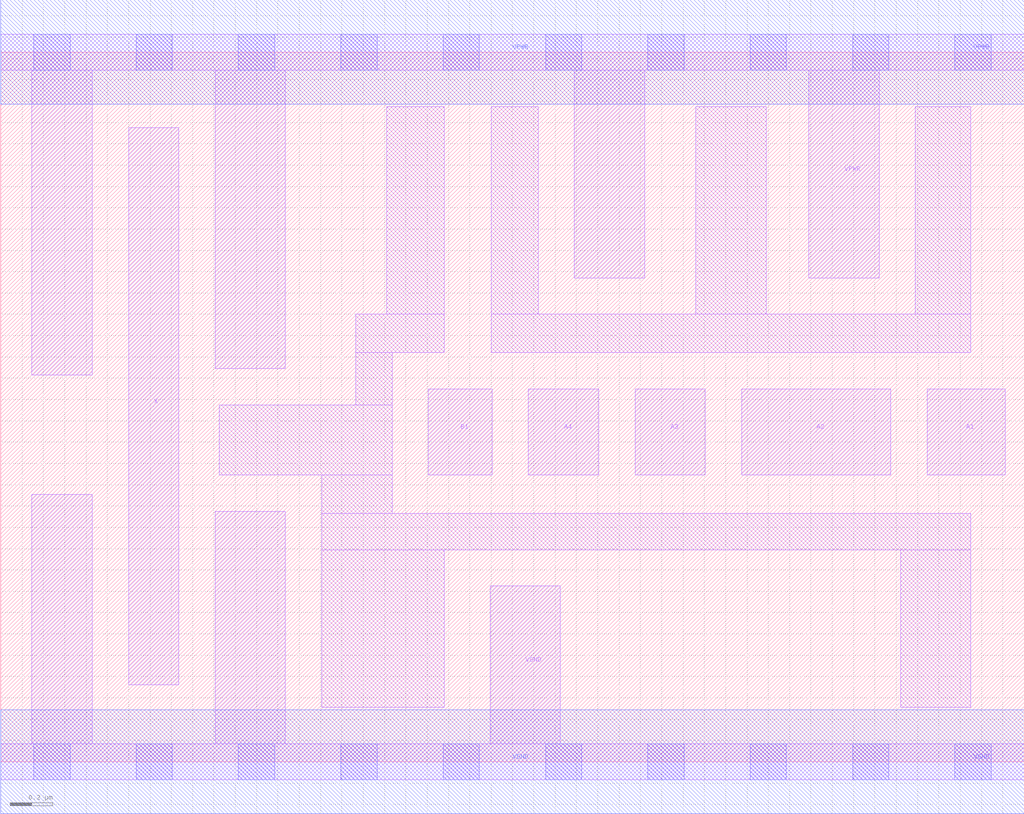
<source format=lef>
# Copyright 2020 The SkyWater PDK Authors
#
# Licensed under the Apache License, Version 2.0 (the "License");
# you may not use this file except in compliance with the License.
# You may obtain a copy of the License at
#
#     https://www.apache.org/licenses/LICENSE-2.0
#
# Unless required by applicable law or agreed to in writing, software
# distributed under the License is distributed on an "AS IS" BASIS,
# WITHOUT WARRANTIES OR CONDITIONS OF ANY KIND, either express or implied.
# See the License for the specific language governing permissions and
# limitations under the License.
#
# SPDX-License-Identifier: Apache-2.0

VERSION 5.7 ;
  NAMESCASESENSITIVE ON ;
  NOWIREEXTENSIONATPIN ON ;
  DIVIDERCHAR "/" ;
  BUSBITCHARS "[]" ;
UNITS
  DATABASE MICRONS 200 ;
END UNITS
MACRO sky130_fd_sc_lp__a41o_2
  CLASS CORE ;
  SOURCE USER ;
  FOREIGN sky130_fd_sc_lp__a41o_2 ;
  ORIGIN  0.000000  0.000000 ;
  SIZE  4.800000 BY  3.330000 ;
  SYMMETRY X Y R90 ;
  SITE unit ;
  PIN A1
    ANTENNAGATEAREA  0.315000 ;
    DIRECTION INPUT ;
    USE SIGNAL ;
    PORT
      LAYER li1 ;
        RECT 4.345000 1.345000 4.710000 1.750000 ;
    END
  END A1
  PIN A2
    ANTENNAGATEAREA  0.315000 ;
    DIRECTION INPUT ;
    USE SIGNAL ;
    PORT
      LAYER li1 ;
        RECT 3.475000 1.345000 4.175000 1.750000 ;
    END
  END A2
  PIN A3
    ANTENNAGATEAREA  0.315000 ;
    DIRECTION INPUT ;
    USE SIGNAL ;
    PORT
      LAYER li1 ;
        RECT 2.975000 1.345000 3.305000 1.750000 ;
    END
  END A3
  PIN A4
    ANTENNAGATEAREA  0.315000 ;
    DIRECTION INPUT ;
    USE SIGNAL ;
    PORT
      LAYER li1 ;
        RECT 2.475000 1.345000 2.805000 1.750000 ;
    END
  END A4
  PIN B1
    ANTENNAGATEAREA  0.315000 ;
    DIRECTION INPUT ;
    USE SIGNAL ;
    PORT
      LAYER li1 ;
        RECT 2.005000 1.345000 2.305000 1.750000 ;
    END
  END B1
  PIN X
    ANTENNADIFFAREA  0.588000 ;
    DIRECTION OUTPUT ;
    USE SIGNAL ;
    PORT
      LAYER li1 ;
        RECT 0.600000 0.360000 0.835000 2.975000 ;
    END
  END X
  PIN VGND
    DIRECTION INOUT ;
    USE GROUND ;
    PORT
      LAYER li1 ;
        RECT 0.000000 -0.085000 4.800000 0.085000 ;
        RECT 0.145000  0.085000 0.430000 1.255000 ;
        RECT 1.005000  0.085000 1.335000 1.175000 ;
        RECT 2.295000  0.085000 2.625000 0.825000 ;
      LAYER mcon ;
        RECT 0.155000 -0.085000 0.325000 0.085000 ;
        RECT 0.635000 -0.085000 0.805000 0.085000 ;
        RECT 1.115000 -0.085000 1.285000 0.085000 ;
        RECT 1.595000 -0.085000 1.765000 0.085000 ;
        RECT 2.075000 -0.085000 2.245000 0.085000 ;
        RECT 2.555000 -0.085000 2.725000 0.085000 ;
        RECT 3.035000 -0.085000 3.205000 0.085000 ;
        RECT 3.515000 -0.085000 3.685000 0.085000 ;
        RECT 3.995000 -0.085000 4.165000 0.085000 ;
        RECT 4.475000 -0.085000 4.645000 0.085000 ;
      LAYER met1 ;
        RECT 0.000000 -0.245000 4.800000 0.245000 ;
    END
  END VGND
  PIN VPWR
    DIRECTION INOUT ;
    USE POWER ;
    PORT
      LAYER li1 ;
        RECT 0.000000 3.245000 4.800000 3.415000 ;
        RECT 0.145000 1.815000 0.430000 3.245000 ;
        RECT 1.005000 1.845000 1.335000 3.245000 ;
        RECT 2.690000 2.270000 3.020000 3.245000 ;
        RECT 3.790000 2.270000 4.120000 3.245000 ;
      LAYER mcon ;
        RECT 0.155000 3.245000 0.325000 3.415000 ;
        RECT 0.635000 3.245000 0.805000 3.415000 ;
        RECT 1.115000 3.245000 1.285000 3.415000 ;
        RECT 1.595000 3.245000 1.765000 3.415000 ;
        RECT 2.075000 3.245000 2.245000 3.415000 ;
        RECT 2.555000 3.245000 2.725000 3.415000 ;
        RECT 3.035000 3.245000 3.205000 3.415000 ;
        RECT 3.515000 3.245000 3.685000 3.415000 ;
        RECT 3.995000 3.245000 4.165000 3.415000 ;
        RECT 4.475000 3.245000 4.645000 3.415000 ;
      LAYER met1 ;
        RECT 0.000000 3.085000 4.800000 3.575000 ;
    END
  END VPWR
  OBS
    LAYER li1 ;
      RECT 1.025000 1.345000 1.835000 1.675000 ;
      RECT 1.505000 0.255000 2.080000 0.995000 ;
      RECT 1.505000 0.995000 4.550000 1.165000 ;
      RECT 1.505000 1.165000 1.835000 1.345000 ;
      RECT 1.665000 1.675000 1.835000 1.920000 ;
      RECT 1.665000 1.920000 2.080000 2.100000 ;
      RECT 1.810000 2.100000 2.080000 3.075000 ;
      RECT 2.300000 1.920000 4.550000 2.100000 ;
      RECT 2.300000 2.100000 2.520000 3.075000 ;
      RECT 3.260000 2.100000 3.590000 3.075000 ;
      RECT 4.220000 0.255000 4.550000 0.995000 ;
      RECT 4.290000 2.100000 4.550000 3.075000 ;
  END
END sky130_fd_sc_lp__a41o_2

</source>
